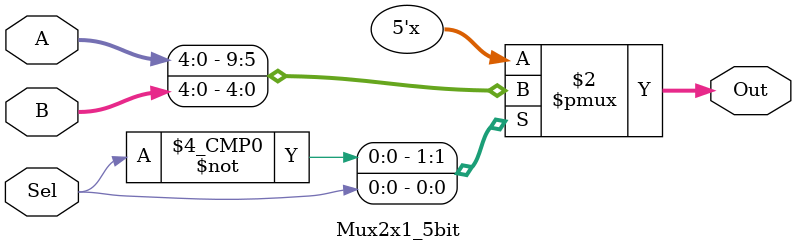
<source format=v>
module Mux2x1_5bit(A,B,Sel,Out);

	input Sel;
	input [4:0] A,B;
	
	output reg [4:0] Out;
	
	always @(A or B or Sel)
	begin
	case (Sel)
	1'b0:Out=A;
	1'b1:Out=B;
	endcase
	end


endmodule

</source>
